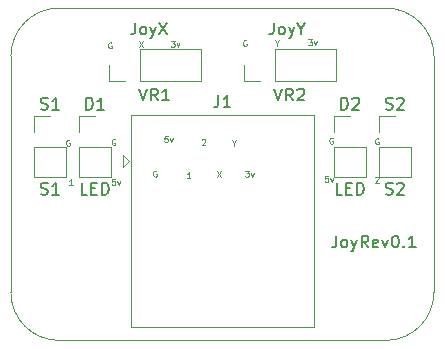
<source format=gbr>
G04 #@! TF.GenerationSoftware,KiCad,Pcbnew,(5.1.2)-2*
G04 #@! TF.CreationDate,2019-09-03T21:56:16-05:00*
G04 #@! TF.ProjectId,JoystickBoard_Rev1,4a6f7973-7469-4636-9b42-6f6172645f52,rev?*
G04 #@! TF.SameCoordinates,Original*
G04 #@! TF.FileFunction,Legend,Top*
G04 #@! TF.FilePolarity,Positive*
%FSLAX46Y46*%
G04 Gerber Fmt 4.6, Leading zero omitted, Abs format (unit mm)*
G04 Created by KiCad (PCBNEW (5.1.2)-2) date 2019-09-03 21:56:16*
%MOMM*%
%LPD*%
G04 APERTURE LIST*
%ADD10C,0.125000*%
%ADD11C,0.150000*%
%ADD12C,0.050000*%
%ADD13C,0.120000*%
G04 APERTURE END LIST*
D10*
X163433142Y-100929309D02*
X163456952Y-100905500D01*
X163504571Y-100881690D01*
X163623619Y-100881690D01*
X163671238Y-100905500D01*
X163695047Y-100929309D01*
X163718857Y-100976928D01*
X163718857Y-101024547D01*
X163695047Y-101095976D01*
X163409333Y-101381690D01*
X163718857Y-101381690D01*
X163706952Y-97667000D02*
X163659333Y-97643190D01*
X163587904Y-97643190D01*
X163516476Y-97667000D01*
X163468857Y-97714619D01*
X163445047Y-97762238D01*
X163421238Y-97857476D01*
X163421238Y-97928904D01*
X163445047Y-98024142D01*
X163468857Y-98071761D01*
X163516476Y-98119380D01*
X163587904Y-98143190D01*
X163635523Y-98143190D01*
X163706952Y-98119380D01*
X163730761Y-98095571D01*
X163730761Y-97928904D01*
X163635523Y-97928904D01*
X159833452Y-97603500D02*
X159785833Y-97579690D01*
X159714404Y-97579690D01*
X159642976Y-97603500D01*
X159595357Y-97651119D01*
X159571547Y-97698738D01*
X159547738Y-97793976D01*
X159547738Y-97865404D01*
X159571547Y-97960642D01*
X159595357Y-98008261D01*
X159642976Y-98055880D01*
X159714404Y-98079690D01*
X159762023Y-98079690D01*
X159833452Y-98055880D01*
X159857261Y-98032071D01*
X159857261Y-97865404D01*
X159762023Y-97865404D01*
X159440571Y-100818190D02*
X159202476Y-100818190D01*
X159178666Y-101056285D01*
X159202476Y-101032476D01*
X159250095Y-101008666D01*
X159369142Y-101008666D01*
X159416761Y-101032476D01*
X159440571Y-101056285D01*
X159464380Y-101103904D01*
X159464380Y-101222952D01*
X159440571Y-101270571D01*
X159416761Y-101294380D01*
X159369142Y-101318190D01*
X159250095Y-101318190D01*
X159202476Y-101294380D01*
X159178666Y-101270571D01*
X159631047Y-100984857D02*
X159750095Y-101318190D01*
X159869142Y-100984857D01*
X157757857Y-89261190D02*
X158067380Y-89261190D01*
X157900714Y-89451666D01*
X157972142Y-89451666D01*
X158019761Y-89475476D01*
X158043571Y-89499285D01*
X158067380Y-89546904D01*
X158067380Y-89665952D01*
X158043571Y-89713571D01*
X158019761Y-89737380D01*
X157972142Y-89761190D01*
X157829285Y-89761190D01*
X157781666Y-89737380D01*
X157757857Y-89713571D01*
X158234047Y-89427857D02*
X158353095Y-89761190D01*
X158472142Y-89427857D01*
X155130500Y-89586595D02*
X155130500Y-89824690D01*
X154963833Y-89324690D02*
X155130500Y-89586595D01*
X155297166Y-89324690D01*
X152530952Y-89348500D02*
X152483333Y-89324690D01*
X152411904Y-89324690D01*
X152340476Y-89348500D01*
X152292857Y-89396119D01*
X152269047Y-89443738D01*
X152245238Y-89538976D01*
X152245238Y-89610404D01*
X152269047Y-89705642D01*
X152292857Y-89753261D01*
X152340476Y-89800880D01*
X152411904Y-89824690D01*
X152459523Y-89824690D01*
X152530952Y-89800880D01*
X152554761Y-89777071D01*
X152554761Y-89610404D01*
X152459523Y-89610404D01*
X146137357Y-89388190D02*
X146446880Y-89388190D01*
X146280214Y-89578666D01*
X146351642Y-89578666D01*
X146399261Y-89602476D01*
X146423071Y-89626285D01*
X146446880Y-89673904D01*
X146446880Y-89792952D01*
X146423071Y-89840571D01*
X146399261Y-89864380D01*
X146351642Y-89888190D01*
X146208785Y-89888190D01*
X146161166Y-89864380D01*
X146137357Y-89840571D01*
X146613547Y-89554857D02*
X146732595Y-89888190D01*
X146851642Y-89554857D01*
X143406833Y-89388190D02*
X143740166Y-89888190D01*
X143740166Y-89388190D02*
X143406833Y-89888190D01*
X141100952Y-89539000D02*
X141053333Y-89515190D01*
X140981904Y-89515190D01*
X140910476Y-89539000D01*
X140862857Y-89586619D01*
X140839047Y-89634238D01*
X140815238Y-89729476D01*
X140815238Y-89800904D01*
X140839047Y-89896142D01*
X140862857Y-89943761D01*
X140910476Y-89991380D01*
X140981904Y-90015190D01*
X141029523Y-90015190D01*
X141100952Y-89991380D01*
X141124761Y-89967571D01*
X141124761Y-89800904D01*
X141029523Y-89800904D01*
X152423857Y-100373690D02*
X152733380Y-100373690D01*
X152566714Y-100564166D01*
X152638142Y-100564166D01*
X152685761Y-100587976D01*
X152709571Y-100611785D01*
X152733380Y-100659404D01*
X152733380Y-100778452D01*
X152709571Y-100826071D01*
X152685761Y-100849880D01*
X152638142Y-100873690D01*
X152495285Y-100873690D01*
X152447666Y-100849880D01*
X152423857Y-100826071D01*
X152900047Y-100540357D02*
X153019095Y-100873690D01*
X153138142Y-100540357D01*
X151447500Y-98032095D02*
X151447500Y-98270190D01*
X151280833Y-97770190D02*
X151447500Y-98032095D01*
X151614166Y-97770190D01*
X150010833Y-100373690D02*
X150344166Y-100873690D01*
X150344166Y-100373690D02*
X150010833Y-100873690D01*
X137810857Y-101572190D02*
X137525142Y-101572190D01*
X137668000Y-101572190D02*
X137668000Y-101072190D01*
X137620380Y-101143619D01*
X137572761Y-101191238D01*
X137525142Y-101215047D01*
X137544952Y-97794000D02*
X137497333Y-97770190D01*
X137425904Y-97770190D01*
X137354476Y-97794000D01*
X137306857Y-97841619D01*
X137283047Y-97889238D01*
X137259238Y-97984476D01*
X137259238Y-98055904D01*
X137283047Y-98151142D01*
X137306857Y-98198761D01*
X137354476Y-98246380D01*
X137425904Y-98270190D01*
X137473523Y-98270190D01*
X137544952Y-98246380D01*
X137568761Y-98222571D01*
X137568761Y-98055904D01*
X137473523Y-98055904D01*
X141418452Y-97730500D02*
X141370833Y-97706690D01*
X141299404Y-97706690D01*
X141227976Y-97730500D01*
X141180357Y-97778119D01*
X141156547Y-97825738D01*
X141132738Y-97920976D01*
X141132738Y-97992404D01*
X141156547Y-98087642D01*
X141180357Y-98135261D01*
X141227976Y-98182880D01*
X141299404Y-98206690D01*
X141347023Y-98206690D01*
X141418452Y-98182880D01*
X141442261Y-98159071D01*
X141442261Y-97992404D01*
X141347023Y-97992404D01*
X141406571Y-101072190D02*
X141168476Y-101072190D01*
X141144666Y-101310285D01*
X141168476Y-101286476D01*
X141216095Y-101262666D01*
X141335142Y-101262666D01*
X141382761Y-101286476D01*
X141406571Y-101310285D01*
X141430380Y-101357904D01*
X141430380Y-101476952D01*
X141406571Y-101524571D01*
X141382761Y-101548380D01*
X141335142Y-101572190D01*
X141216095Y-101572190D01*
X141168476Y-101548380D01*
X141144666Y-101524571D01*
X141597047Y-101238857D02*
X141716095Y-101572190D01*
X141835142Y-101238857D01*
X148764642Y-97754309D02*
X148788452Y-97730500D01*
X148836071Y-97706690D01*
X148955119Y-97706690D01*
X149002738Y-97730500D01*
X149026547Y-97754309D01*
X149050357Y-97801928D01*
X149050357Y-97849547D01*
X149026547Y-97920976D01*
X148740833Y-98206690D01*
X149050357Y-98206690D01*
X147780357Y-101000690D02*
X147494642Y-101000690D01*
X147637500Y-101000690D02*
X147637500Y-100500690D01*
X147589880Y-100572119D01*
X147542261Y-100619738D01*
X147494642Y-100643547D01*
X145851571Y-97452690D02*
X145613476Y-97452690D01*
X145589666Y-97690785D01*
X145613476Y-97666976D01*
X145661095Y-97643166D01*
X145780142Y-97643166D01*
X145827761Y-97666976D01*
X145851571Y-97690785D01*
X145875380Y-97738404D01*
X145875380Y-97857452D01*
X145851571Y-97905071D01*
X145827761Y-97928880D01*
X145780142Y-97952690D01*
X145661095Y-97952690D01*
X145613476Y-97928880D01*
X145589666Y-97905071D01*
X146042047Y-97619357D02*
X146161095Y-97952690D01*
X146280142Y-97619357D01*
X144910952Y-100397500D02*
X144863333Y-100373690D01*
X144791904Y-100373690D01*
X144720476Y-100397500D01*
X144672857Y-100445119D01*
X144649047Y-100492738D01*
X144625238Y-100587976D01*
X144625238Y-100659404D01*
X144649047Y-100754642D01*
X144672857Y-100802261D01*
X144720476Y-100849880D01*
X144791904Y-100873690D01*
X144839523Y-100873690D01*
X144910952Y-100849880D01*
X144934761Y-100826071D01*
X144934761Y-100659404D01*
X144839523Y-100659404D01*
D11*
X160131523Y-105878380D02*
X160131523Y-106592666D01*
X160083904Y-106735523D01*
X159988666Y-106830761D01*
X159845809Y-106878380D01*
X159750571Y-106878380D01*
X160750571Y-106878380D02*
X160655333Y-106830761D01*
X160607714Y-106783142D01*
X160560095Y-106687904D01*
X160560095Y-106402190D01*
X160607714Y-106306952D01*
X160655333Y-106259333D01*
X160750571Y-106211714D01*
X160893428Y-106211714D01*
X160988666Y-106259333D01*
X161036285Y-106306952D01*
X161083904Y-106402190D01*
X161083904Y-106687904D01*
X161036285Y-106783142D01*
X160988666Y-106830761D01*
X160893428Y-106878380D01*
X160750571Y-106878380D01*
X161417238Y-106211714D02*
X161655333Y-106878380D01*
X161893428Y-106211714D02*
X161655333Y-106878380D01*
X161560095Y-107116476D01*
X161512476Y-107164095D01*
X161417238Y-107211714D01*
X162845809Y-106878380D02*
X162512476Y-106402190D01*
X162274380Y-106878380D02*
X162274380Y-105878380D01*
X162655333Y-105878380D01*
X162750571Y-105926000D01*
X162798190Y-105973619D01*
X162845809Y-106068857D01*
X162845809Y-106211714D01*
X162798190Y-106306952D01*
X162750571Y-106354571D01*
X162655333Y-106402190D01*
X162274380Y-106402190D01*
X163655333Y-106830761D02*
X163560095Y-106878380D01*
X163369619Y-106878380D01*
X163274380Y-106830761D01*
X163226761Y-106735523D01*
X163226761Y-106354571D01*
X163274380Y-106259333D01*
X163369619Y-106211714D01*
X163560095Y-106211714D01*
X163655333Y-106259333D01*
X163702952Y-106354571D01*
X163702952Y-106449809D01*
X163226761Y-106545047D01*
X164036285Y-106211714D02*
X164274380Y-106878380D01*
X164512476Y-106211714D01*
X165083904Y-105878380D02*
X165179142Y-105878380D01*
X165274380Y-105926000D01*
X165322000Y-105973619D01*
X165369619Y-106068857D01*
X165417238Y-106259333D01*
X165417238Y-106497428D01*
X165369619Y-106687904D01*
X165322000Y-106783142D01*
X165274380Y-106830761D01*
X165179142Y-106878380D01*
X165083904Y-106878380D01*
X164988666Y-106830761D01*
X164941047Y-106783142D01*
X164893428Y-106687904D01*
X164845809Y-106497428D01*
X164845809Y-106259333D01*
X164893428Y-106068857D01*
X164941047Y-105973619D01*
X164988666Y-105926000D01*
X165083904Y-105878380D01*
X165845809Y-106783142D02*
X165893428Y-106830761D01*
X165845809Y-106878380D01*
X165798190Y-106830761D01*
X165845809Y-106783142D01*
X165845809Y-106878380D01*
X166845809Y-106878380D02*
X166274380Y-106878380D01*
X166560095Y-106878380D02*
X166560095Y-105878380D01*
X166464857Y-106021238D01*
X166369619Y-106116476D01*
X166274380Y-106164095D01*
D12*
X132588000Y-110680500D02*
X132588000Y-90678000D01*
X136652000Y-114744500D02*
G75*
G02X132588000Y-110680500I0J4064000D01*
G01*
X164338000Y-114744500D02*
X136652000Y-114744500D01*
X168402000Y-90678000D02*
X168402000Y-110680500D01*
X168402000Y-110680500D02*
G75*
G02X164338000Y-114744500I-4064000J0D01*
G01*
X164338000Y-86614000D02*
X136652000Y-86614000D01*
X132588000Y-90678000D02*
G75*
G02X136652000Y-86614000I4064000J0D01*
G01*
X164338000Y-86614000D02*
G75*
G02X168402000Y-90678000I0J-4064000D01*
G01*
D13*
X152340000Y-92770000D02*
X152340000Y-91440000D01*
X153670000Y-92770000D02*
X152340000Y-92770000D01*
X154940000Y-92770000D02*
X154940000Y-90110000D01*
X154940000Y-90110000D02*
X160080000Y-90110000D01*
X154940000Y-92770000D02*
X160080000Y-92770000D01*
X160080000Y-92770000D02*
X160080000Y-90110000D01*
X148650000Y-92770000D02*
X148650000Y-90110000D01*
X143510000Y-92770000D02*
X148650000Y-92770000D01*
X143510000Y-90110000D02*
X148650000Y-90110000D01*
X143510000Y-92770000D02*
X143510000Y-90110000D01*
X142240000Y-92770000D02*
X140910000Y-92770000D01*
X140910000Y-92770000D02*
X140910000Y-91440000D01*
X138370000Y-100945001D02*
X141030000Y-100945001D01*
X138370000Y-98345001D02*
X138370000Y-100945001D01*
X141030000Y-98345001D02*
X141030000Y-100945001D01*
X138370000Y-98345001D02*
X141030000Y-98345001D01*
X138370000Y-97075001D02*
X138370000Y-95745001D01*
X138370000Y-95745001D02*
X139700000Y-95745001D01*
X159960000Y-95745001D02*
X161290000Y-95745001D01*
X159960000Y-97075001D02*
X159960000Y-95745001D01*
X159960000Y-98345001D02*
X162620000Y-98345001D01*
X162620000Y-98345001D02*
X162620000Y-100945001D01*
X159960000Y-98345001D02*
X159960000Y-100945001D01*
X159960000Y-100945001D02*
X162620000Y-100945001D01*
X142050000Y-100045001D02*
X142550000Y-99545001D01*
X142050000Y-99045001D02*
X142050000Y-100045001D01*
X142550000Y-99545001D02*
X142050000Y-99045001D01*
X142735000Y-113625001D02*
X158255000Y-113625001D01*
X158255000Y-95665001D02*
X158255000Y-113625001D01*
X158255000Y-95665001D02*
X142735000Y-95665001D01*
X142735000Y-95665001D02*
X142735000Y-113625001D01*
X134560000Y-95745001D02*
X135890000Y-95745001D01*
X134560000Y-97075001D02*
X134560000Y-95745001D01*
X134560000Y-98345001D02*
X137220000Y-98345001D01*
X137220000Y-98345001D02*
X137220000Y-100945001D01*
X134560000Y-98345001D02*
X134560000Y-100945001D01*
X134560000Y-100945001D02*
X137220000Y-100945001D01*
X163770000Y-100945001D02*
X166430000Y-100945001D01*
X163770000Y-98345001D02*
X163770000Y-100945001D01*
X166430000Y-98345001D02*
X166430000Y-100945001D01*
X163770000Y-98345001D02*
X166430000Y-98345001D01*
X163770000Y-97075001D02*
X163770000Y-95745001D01*
X163770000Y-95745001D02*
X165100000Y-95745001D01*
D11*
X154900476Y-93432380D02*
X155233809Y-94432380D01*
X155567142Y-93432380D01*
X156471904Y-94432380D02*
X156138571Y-93956190D01*
X155900476Y-94432380D02*
X155900476Y-93432380D01*
X156281428Y-93432380D01*
X156376666Y-93480000D01*
X156424285Y-93527619D01*
X156471904Y-93622857D01*
X156471904Y-93765714D01*
X156424285Y-93860952D01*
X156376666Y-93908571D01*
X156281428Y-93956190D01*
X155900476Y-93956190D01*
X156852857Y-93527619D02*
X156900476Y-93480000D01*
X156995714Y-93432380D01*
X157233809Y-93432380D01*
X157329047Y-93480000D01*
X157376666Y-93527619D01*
X157424285Y-93622857D01*
X157424285Y-93718095D01*
X157376666Y-93860952D01*
X156805238Y-94432380D01*
X157424285Y-94432380D01*
X154836952Y-87844380D02*
X154836952Y-88558666D01*
X154789333Y-88701523D01*
X154694095Y-88796761D01*
X154551238Y-88844380D01*
X154456000Y-88844380D01*
X155456000Y-88844380D02*
X155360761Y-88796761D01*
X155313142Y-88749142D01*
X155265523Y-88653904D01*
X155265523Y-88368190D01*
X155313142Y-88272952D01*
X155360761Y-88225333D01*
X155456000Y-88177714D01*
X155598857Y-88177714D01*
X155694095Y-88225333D01*
X155741714Y-88272952D01*
X155789333Y-88368190D01*
X155789333Y-88653904D01*
X155741714Y-88749142D01*
X155694095Y-88796761D01*
X155598857Y-88844380D01*
X155456000Y-88844380D01*
X156122666Y-88177714D02*
X156360761Y-88844380D01*
X156598857Y-88177714D02*
X156360761Y-88844380D01*
X156265523Y-89082476D01*
X156217904Y-89130095D01*
X156122666Y-89177714D01*
X157170285Y-88368190D02*
X157170285Y-88844380D01*
X156836952Y-87844380D02*
X157170285Y-88368190D01*
X157503619Y-87844380D01*
X143470476Y-93432380D02*
X143803809Y-94432380D01*
X144137142Y-93432380D01*
X145041904Y-94432380D02*
X144708571Y-93956190D01*
X144470476Y-94432380D02*
X144470476Y-93432380D01*
X144851428Y-93432380D01*
X144946666Y-93480000D01*
X144994285Y-93527619D01*
X145041904Y-93622857D01*
X145041904Y-93765714D01*
X144994285Y-93860952D01*
X144946666Y-93908571D01*
X144851428Y-93956190D01*
X144470476Y-93956190D01*
X145994285Y-94432380D02*
X145422857Y-94432380D01*
X145708571Y-94432380D02*
X145708571Y-93432380D01*
X145613333Y-93575238D01*
X145518095Y-93670476D01*
X145422857Y-93718095D01*
X143105333Y-87844380D02*
X143105333Y-88558666D01*
X143057714Y-88701523D01*
X142962476Y-88796761D01*
X142819619Y-88844380D01*
X142724380Y-88844380D01*
X143724380Y-88844380D02*
X143629142Y-88796761D01*
X143581523Y-88749142D01*
X143533904Y-88653904D01*
X143533904Y-88368190D01*
X143581523Y-88272952D01*
X143629142Y-88225333D01*
X143724380Y-88177714D01*
X143867238Y-88177714D01*
X143962476Y-88225333D01*
X144010095Y-88272952D01*
X144057714Y-88368190D01*
X144057714Y-88653904D01*
X144010095Y-88749142D01*
X143962476Y-88796761D01*
X143867238Y-88844380D01*
X143724380Y-88844380D01*
X144391047Y-88177714D02*
X144629142Y-88844380D01*
X144867238Y-88177714D02*
X144629142Y-88844380D01*
X144533904Y-89082476D01*
X144486285Y-89130095D01*
X144391047Y-89177714D01*
X145152952Y-87844380D02*
X145819619Y-88844380D01*
X145819619Y-87844380D02*
X145152952Y-88844380D01*
X138961904Y-95197381D02*
X138961904Y-94197381D01*
X139200000Y-94197381D01*
X139342857Y-94245001D01*
X139438095Y-94340239D01*
X139485714Y-94435477D01*
X139533333Y-94625953D01*
X139533333Y-94768810D01*
X139485714Y-94959286D01*
X139438095Y-95054524D01*
X139342857Y-95149762D01*
X139200000Y-95197381D01*
X138961904Y-95197381D01*
X140485714Y-95197381D02*
X139914285Y-95197381D01*
X140200000Y-95197381D02*
X140200000Y-94197381D01*
X140104761Y-94340239D01*
X140009523Y-94435477D01*
X139914285Y-94483096D01*
X139057142Y-102397381D02*
X138580952Y-102397381D01*
X138580952Y-101397381D01*
X139390476Y-101873572D02*
X139723809Y-101873572D01*
X139866666Y-102397381D02*
X139390476Y-102397381D01*
X139390476Y-101397381D01*
X139866666Y-101397381D01*
X140295238Y-102397381D02*
X140295238Y-101397381D01*
X140533333Y-101397381D01*
X140676190Y-101445001D01*
X140771428Y-101540239D01*
X140819047Y-101635477D01*
X140866666Y-101825953D01*
X140866666Y-101968810D01*
X140819047Y-102159286D01*
X140771428Y-102254524D01*
X140676190Y-102349762D01*
X140533333Y-102397381D01*
X140295238Y-102397381D01*
X160551904Y-95197381D02*
X160551904Y-94197381D01*
X160790000Y-94197381D01*
X160932857Y-94245001D01*
X161028095Y-94340239D01*
X161075714Y-94435477D01*
X161123333Y-94625953D01*
X161123333Y-94768810D01*
X161075714Y-94959286D01*
X161028095Y-95054524D01*
X160932857Y-95149762D01*
X160790000Y-95197381D01*
X160551904Y-95197381D01*
X161504285Y-94292620D02*
X161551904Y-94245001D01*
X161647142Y-94197381D01*
X161885238Y-94197381D01*
X161980476Y-94245001D01*
X162028095Y-94292620D01*
X162075714Y-94387858D01*
X162075714Y-94483096D01*
X162028095Y-94625953D01*
X161456666Y-95197381D01*
X162075714Y-95197381D01*
X160647142Y-102397381D02*
X160170952Y-102397381D01*
X160170952Y-101397381D01*
X160980476Y-101873572D02*
X161313809Y-101873572D01*
X161456666Y-102397381D02*
X160980476Y-102397381D01*
X160980476Y-101397381D01*
X161456666Y-101397381D01*
X161885238Y-102397381D02*
X161885238Y-101397381D01*
X162123333Y-101397381D01*
X162266190Y-101445001D01*
X162361428Y-101540239D01*
X162409047Y-101635477D01*
X162456666Y-101825953D01*
X162456666Y-101968810D01*
X162409047Y-102159286D01*
X162361428Y-102254524D01*
X162266190Y-102349762D01*
X162123333Y-102397381D01*
X161885238Y-102397381D01*
X150161666Y-93997381D02*
X150161666Y-94711667D01*
X150114047Y-94854524D01*
X150018809Y-94949762D01*
X149875952Y-94997381D01*
X149780714Y-94997381D01*
X151161666Y-94997381D02*
X150590238Y-94997381D01*
X150875952Y-94997381D02*
X150875952Y-93997381D01*
X150780714Y-94140239D01*
X150685476Y-94235477D01*
X150590238Y-94283096D01*
X135128095Y-95149762D02*
X135270952Y-95197381D01*
X135509047Y-95197381D01*
X135604285Y-95149762D01*
X135651904Y-95102143D01*
X135699523Y-95006905D01*
X135699523Y-94911667D01*
X135651904Y-94816429D01*
X135604285Y-94768810D01*
X135509047Y-94721191D01*
X135318571Y-94673572D01*
X135223333Y-94625953D01*
X135175714Y-94578334D01*
X135128095Y-94483096D01*
X135128095Y-94387858D01*
X135175714Y-94292620D01*
X135223333Y-94245001D01*
X135318571Y-94197381D01*
X135556666Y-94197381D01*
X135699523Y-94245001D01*
X136651904Y-95197381D02*
X136080476Y-95197381D01*
X136366190Y-95197381D02*
X136366190Y-94197381D01*
X136270952Y-94340239D01*
X136175714Y-94435477D01*
X136080476Y-94483096D01*
X135128095Y-102349762D02*
X135270952Y-102397381D01*
X135509047Y-102397381D01*
X135604285Y-102349762D01*
X135651904Y-102302143D01*
X135699523Y-102206905D01*
X135699523Y-102111667D01*
X135651904Y-102016429D01*
X135604285Y-101968810D01*
X135509047Y-101921191D01*
X135318571Y-101873572D01*
X135223333Y-101825953D01*
X135175714Y-101778334D01*
X135128095Y-101683096D01*
X135128095Y-101587858D01*
X135175714Y-101492620D01*
X135223333Y-101445001D01*
X135318571Y-101397381D01*
X135556666Y-101397381D01*
X135699523Y-101445001D01*
X136651904Y-102397381D02*
X136080476Y-102397381D01*
X136366190Y-102397381D02*
X136366190Y-101397381D01*
X136270952Y-101540239D01*
X136175714Y-101635477D01*
X136080476Y-101683096D01*
X164338095Y-95149762D02*
X164480952Y-95197381D01*
X164719047Y-95197381D01*
X164814285Y-95149762D01*
X164861904Y-95102143D01*
X164909523Y-95006905D01*
X164909523Y-94911667D01*
X164861904Y-94816429D01*
X164814285Y-94768810D01*
X164719047Y-94721191D01*
X164528571Y-94673572D01*
X164433333Y-94625953D01*
X164385714Y-94578334D01*
X164338095Y-94483096D01*
X164338095Y-94387858D01*
X164385714Y-94292620D01*
X164433333Y-94245001D01*
X164528571Y-94197381D01*
X164766666Y-94197381D01*
X164909523Y-94245001D01*
X165290476Y-94292620D02*
X165338095Y-94245001D01*
X165433333Y-94197381D01*
X165671428Y-94197381D01*
X165766666Y-94245001D01*
X165814285Y-94292620D01*
X165861904Y-94387858D01*
X165861904Y-94483096D01*
X165814285Y-94625953D01*
X165242857Y-95197381D01*
X165861904Y-95197381D01*
X164338095Y-102349762D02*
X164480952Y-102397381D01*
X164719047Y-102397381D01*
X164814285Y-102349762D01*
X164861904Y-102302143D01*
X164909523Y-102206905D01*
X164909523Y-102111667D01*
X164861904Y-102016429D01*
X164814285Y-101968810D01*
X164719047Y-101921191D01*
X164528571Y-101873572D01*
X164433333Y-101825953D01*
X164385714Y-101778334D01*
X164338095Y-101683096D01*
X164338095Y-101587858D01*
X164385714Y-101492620D01*
X164433333Y-101445001D01*
X164528571Y-101397381D01*
X164766666Y-101397381D01*
X164909523Y-101445001D01*
X165290476Y-101492620D02*
X165338095Y-101445001D01*
X165433333Y-101397381D01*
X165671428Y-101397381D01*
X165766666Y-101445001D01*
X165814285Y-101492620D01*
X165861904Y-101587858D01*
X165861904Y-101683096D01*
X165814285Y-101825953D01*
X165242857Y-102397381D01*
X165861904Y-102397381D01*
M02*

</source>
